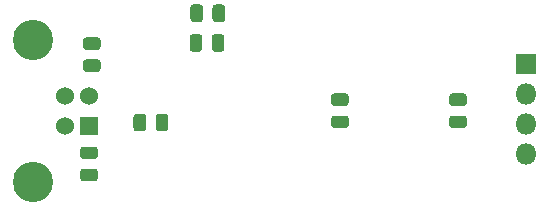
<source format=gbs>
G04 #@! TF.GenerationSoftware,KiCad,Pcbnew,(5.1.6)-1*
G04 #@! TF.CreationDate,2020-09-01T22:28:32+02:00*
G04 #@! TF.ProjectId,UtU,5574552e-6b69-4636-9164-5f7063625858,rev?*
G04 #@! TF.SameCoordinates,Original*
G04 #@! TF.FileFunction,Soldermask,Bot*
G04 #@! TF.FilePolarity,Negative*
%FSLAX46Y46*%
G04 Gerber Fmt 4.6, Leading zero omitted, Abs format (unit mm)*
G04 Created by KiCad (PCBNEW (5.1.6)-1) date 2020-09-01 22:28:32*
%MOMM*%
%LPD*%
G01*
G04 APERTURE LIST*
%ADD10O,1.800000X1.800000*%
%ADD11R,1.800000X1.800000*%
%ADD12C,3.416000*%
%ADD13C,1.528000*%
%ADD14R,1.528000X1.528000*%
G04 APERTURE END LIST*
G04 #@! TO.C,R4*
G36*
G01*
X123462500Y-57231250D02*
X123462500Y-56268750D01*
G75*
G02*
X123731250Y-56000000I268750J0D01*
G01*
X124268750Y-56000000D01*
G75*
G02*
X124537500Y-56268750I0J-268750D01*
G01*
X124537500Y-57231250D01*
G75*
G02*
X124268750Y-57500000I-268750J0D01*
G01*
X123731250Y-57500000D01*
G75*
G02*
X123462500Y-57231250I0J268750D01*
G01*
G37*
G36*
G01*
X121587500Y-57231250D02*
X121587500Y-56268750D01*
G75*
G02*
X121856250Y-56000000I268750J0D01*
G01*
X122393750Y-56000000D01*
G75*
G02*
X122662500Y-56268750I0J-268750D01*
G01*
X122662500Y-57231250D01*
G75*
G02*
X122393750Y-57500000I-268750J0D01*
G01*
X121856250Y-57500000D01*
G75*
G02*
X121587500Y-57231250I0J268750D01*
G01*
G37*
G04 #@! TD*
G04 #@! TO.C,R3*
G36*
G01*
X123400000Y-59731250D02*
X123400000Y-58768750D01*
G75*
G02*
X123668750Y-58500000I268750J0D01*
G01*
X124206250Y-58500000D01*
G75*
G02*
X124475000Y-58768750I0J-268750D01*
G01*
X124475000Y-59731250D01*
G75*
G02*
X124206250Y-60000000I-268750J0D01*
G01*
X123668750Y-60000000D01*
G75*
G02*
X123400000Y-59731250I0J268750D01*
G01*
G37*
G36*
G01*
X121525000Y-59731250D02*
X121525000Y-58768750D01*
G75*
G02*
X121793750Y-58500000I268750J0D01*
G01*
X122331250Y-58500000D01*
G75*
G02*
X122600000Y-58768750I0J-268750D01*
G01*
X122600000Y-59731250D01*
G75*
G02*
X122331250Y-60000000I-268750J0D01*
G01*
X121793750Y-60000000D01*
G75*
G02*
X121525000Y-59731250I0J268750D01*
G01*
G37*
G04 #@! TD*
D10*
G04 #@! TO.C,J2*
X150000000Y-68620000D03*
X150000000Y-66080000D03*
X150000000Y-63540000D03*
D11*
X150000000Y-61000000D03*
G04 #@! TD*
D12*
G04 #@! TO.C,J1*
X108290000Y-71020000D03*
X108290000Y-58980000D03*
D13*
X111000000Y-66250000D03*
X111000000Y-63750000D03*
D14*
X113000000Y-66250000D03*
D13*
X113000000Y-63750000D03*
G04 #@! TD*
G04 #@! TO.C,C5*
G36*
G01*
X144731250Y-64600000D02*
X143768750Y-64600000D01*
G75*
G02*
X143500000Y-64331250I0J268750D01*
G01*
X143500000Y-63793750D01*
G75*
G02*
X143768750Y-63525000I268750J0D01*
G01*
X144731250Y-63525000D01*
G75*
G02*
X145000000Y-63793750I0J-268750D01*
G01*
X145000000Y-64331250D01*
G75*
G02*
X144731250Y-64600000I-268750J0D01*
G01*
G37*
G36*
G01*
X144731250Y-66475000D02*
X143768750Y-66475000D01*
G75*
G02*
X143500000Y-66206250I0J268750D01*
G01*
X143500000Y-65668750D01*
G75*
G02*
X143768750Y-65400000I268750J0D01*
G01*
X144731250Y-65400000D01*
G75*
G02*
X145000000Y-65668750I0J-268750D01*
G01*
X145000000Y-66206250D01*
G75*
G02*
X144731250Y-66475000I-268750J0D01*
G01*
G37*
G04 #@! TD*
G04 #@! TO.C,C4*
G36*
G01*
X113731250Y-59850000D02*
X112768750Y-59850000D01*
G75*
G02*
X112500000Y-59581250I0J268750D01*
G01*
X112500000Y-59043750D01*
G75*
G02*
X112768750Y-58775000I268750J0D01*
G01*
X113731250Y-58775000D01*
G75*
G02*
X114000000Y-59043750I0J-268750D01*
G01*
X114000000Y-59581250D01*
G75*
G02*
X113731250Y-59850000I-268750J0D01*
G01*
G37*
G36*
G01*
X113731250Y-61725000D02*
X112768750Y-61725000D01*
G75*
G02*
X112500000Y-61456250I0J268750D01*
G01*
X112500000Y-60918750D01*
G75*
G02*
X112768750Y-60650000I268750J0D01*
G01*
X113731250Y-60650000D01*
G75*
G02*
X114000000Y-60918750I0J-268750D01*
G01*
X114000000Y-61456250D01*
G75*
G02*
X113731250Y-61725000I-268750J0D01*
G01*
G37*
G04 #@! TD*
G04 #@! TO.C,C3*
G36*
G01*
X118650000Y-66481250D02*
X118650000Y-65518750D01*
G75*
G02*
X118918750Y-65250000I268750J0D01*
G01*
X119456250Y-65250000D01*
G75*
G02*
X119725000Y-65518750I0J-268750D01*
G01*
X119725000Y-66481250D01*
G75*
G02*
X119456250Y-66750000I-268750J0D01*
G01*
X118918750Y-66750000D01*
G75*
G02*
X118650000Y-66481250I0J268750D01*
G01*
G37*
G36*
G01*
X116775000Y-66481250D02*
X116775000Y-65518750D01*
G75*
G02*
X117043750Y-65250000I268750J0D01*
G01*
X117581250Y-65250000D01*
G75*
G02*
X117850000Y-65518750I0J-268750D01*
G01*
X117850000Y-66481250D01*
G75*
G02*
X117581250Y-66750000I-268750J0D01*
G01*
X117043750Y-66750000D01*
G75*
G02*
X116775000Y-66481250I0J268750D01*
G01*
G37*
G04 #@! TD*
G04 #@! TO.C,C2*
G36*
G01*
X133768750Y-65400000D02*
X134731250Y-65400000D01*
G75*
G02*
X135000000Y-65668750I0J-268750D01*
G01*
X135000000Y-66206250D01*
G75*
G02*
X134731250Y-66475000I-268750J0D01*
G01*
X133768750Y-66475000D01*
G75*
G02*
X133500000Y-66206250I0J268750D01*
G01*
X133500000Y-65668750D01*
G75*
G02*
X133768750Y-65400000I268750J0D01*
G01*
G37*
G36*
G01*
X133768750Y-63525000D02*
X134731250Y-63525000D01*
G75*
G02*
X135000000Y-63793750I0J-268750D01*
G01*
X135000000Y-64331250D01*
G75*
G02*
X134731250Y-64600000I-268750J0D01*
G01*
X133768750Y-64600000D01*
G75*
G02*
X133500000Y-64331250I0J268750D01*
G01*
X133500000Y-63793750D01*
G75*
G02*
X133768750Y-63525000I268750J0D01*
G01*
G37*
G04 #@! TD*
G04 #@! TO.C,C1*
G36*
G01*
X113481250Y-69100000D02*
X112518750Y-69100000D01*
G75*
G02*
X112250000Y-68831250I0J268750D01*
G01*
X112250000Y-68293750D01*
G75*
G02*
X112518750Y-68025000I268750J0D01*
G01*
X113481250Y-68025000D01*
G75*
G02*
X113750000Y-68293750I0J-268750D01*
G01*
X113750000Y-68831250D01*
G75*
G02*
X113481250Y-69100000I-268750J0D01*
G01*
G37*
G36*
G01*
X113481250Y-70975000D02*
X112518750Y-70975000D01*
G75*
G02*
X112250000Y-70706250I0J268750D01*
G01*
X112250000Y-70168750D01*
G75*
G02*
X112518750Y-69900000I268750J0D01*
G01*
X113481250Y-69900000D01*
G75*
G02*
X113750000Y-70168750I0J-268750D01*
G01*
X113750000Y-70706250D01*
G75*
G02*
X113481250Y-70975000I-268750J0D01*
G01*
G37*
G04 #@! TD*
M02*

</source>
